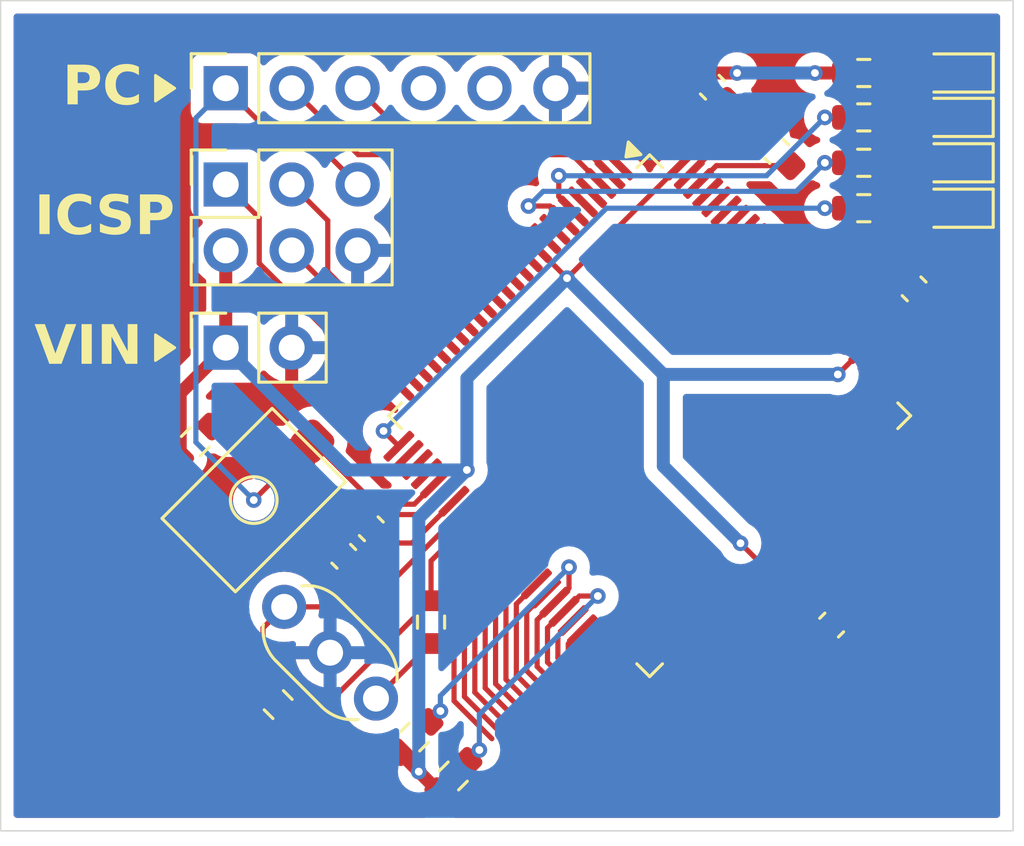
<source format=kicad_pcb>
(kicad_pcb (version 20240108) (generator "pcbnew") (generator_version "8.0")
  (layers (0 "F.Cu" signal) (31 "B.Cu" signal) (34 "B.Paste" user) (35 "F.Paste" user) (36 "B.SilkS" user "B.Silkscreen") (37 "F.SilkS" user "F.Silkscreen") (38 "B.Mask" user) (39 "F.Mask" user) (44 "Edge.Cuts" user))
  (net 0 "")
  (net 1 "GND")
  (net 2 "Net-(U1-AREF)")
  (net 3 "RESET")
  (net 4 "+5V")
  (net 6 "XTAL2")
  (net 7 "Net-(D1-A)")
  (net 8 "Net-(D2-A)")
  (net 9 "Net-(D3-A)")
  (net 10 "TX0")
  (net 11 "RX0")
  (net 13 "Net-(R7-Pad2)")
  (net 14 "D51_MOSI")
  (net 15 "D52_SCK")
  (net 16 "D50_MISO")
  (net 17 "ADC2")
  (net 18 "XTAL1")
  (net 19 "D2")
  (net 20 "D3")
  (net 21 "SCL")
  (net 22 "SDA")
  (net 23 "Net-(D4-A)")
  (net 26 "D7")
  (net 27 "D26")
  (net 28 "D48")
  (net 29 "D5")
  (net 30 "D6")
  (net 31 "D40")
  (net 33 "D44")
  (net 34 "D42")
  (net 35 "RX2")
  (net 36 "D30")
  (net 37 "D22")
  (net 38 "D37")
  (net 39 "D23")
  (net 40 "TX1")
  (net 41 "D31")
  (net 43 "D53")
  (net 45 "D10")
  (net 46 "D46")
  (net 47 "D43")
  (net 48 "D4")
  (net 49 "D35")
  (net 51 "D38")
  (net 52 "D39")
  (net 53 "D24")
  (net 54 "D9")
  (net 55 "D49")
  (net 57 "D41")
  (net 58 "D45")
  (net 59 "D33")
  (net 60 "D27")
  (net 62 "D8")
  (net 63 "D11")
  (net 64 "D47")
  (net 65 "D13")
  (net 66 "D28")
  (net 68 "D15")
  (net 71 "D34")
  (net 75 "D25")
  (net 76 "D36")
  (net 77 "D14")
  (net 78 "D29")
  (net 80 "RX1")
  (net 81 "TX2")
  (net 83 "D12")
  (net 84 "D32")
  (net 85 "ADC7")
  (net 86 "ADC4")
  (net 87 "ADC15")
  (net 88 "ADC6")
  (net 89 "ADC8")
  (net 90 "ADC12")
  (net 91 "ADC13")
  (net 92 "ADC14")
  (net 93 "ADC3")
  (net 94 "ADC10")
  (net 95 "ADC0")
  (net 96 "ADC9")
  (net 97 "ADC1")
  (net 98 "ADC11")
  (net 99 "ADC5")
  (footprint "LED_SMD:LED_0603_1608Metric" (layer "F.Cu") (at 11.632178 -8.288771 180)
    (property "Reference" "D4" (hide yes))
    (property "Value" "LED1")
    (fp_line (start 0.8 -0.735) (end -1.485 -0.735) (stroke (width 0.12)) (layer "F.SilkS"))
    (fp_line (start -1.485 0.735) (end 0.8 0.735) (stroke (width 0.12)) (layer "F.SilkS"))
    (fp_line (start -1.485 -0.735) (end -1.485 0.735) (stroke (width 0.12)) (layer "F.SilkS"))
    (pad "1" smd roundrect (at -0.7875 0 180) (size 0.875 0.95) (layers "F.Cu" "F.Paste" "F.Mask") (net 1 "GND"))
    (pad "2" smd roundrect (at 0.7875 0 180) (size 0.875 0.95) (layers "F.Cu" "F.Paste" "F.Mask") (net 23 "Net-(D4-A)"))
  )
  (footprint "Resistor_SMD:R_0603_1608Metric" (layer "F.Cu") (at 8.132178 -13.5)
    (property "Reference" "R1" (hide yes))
    (property "Value" "330")
    (fp_line (start -0.237258 -0.5225) (end 0.237258 -0.5225) (stroke (width 0.12)) (layer "F.SilkS"))
    (fp_line (start -0.237258 0.5225) (end 0.237258 0.5225) (stroke (width 0.12)) (layer "F.SilkS"))
    (pad "1" smd roundrect (at -0.825 0) (size 0.8 0.95) (layers "F.Cu" "F.Paste" "F.Mask") (net 4 "+5V"))
    (pad "2" smd roundrect (at 0.825 0) (size 0.8 0.95) (layers "F.Cu" "F.Paste" "F.Mask") (net 7 "Net-(D1-A)"))
  )
  (footprint "Resistor_SMD:R_0603_1608Metric" (layer "F.Cu") (at -7.677491 13.594574 45)
    (property "Reference" "R6" (hide yes))
    (property "Value" "10K")
    (fp_line (start -0.237258 -0.5225) (end 0.237258 -0.5225) (stroke (width 0.12)) (layer "F.SilkS"))
    (fp_line (start -0.237258 0.5225) (end 0.237258 0.5225) (stroke (width 0.12)) (layer "F.SilkS"))
    (pad "1" smd roundrect (at -0.825 0 45) (size 0.8 0.95) (layers "F.Cu" "F.Paste" "F.Mask") (net 4 "+5V"))
    (pad "2" smd roundrect (at 0.825 0 45) (size 0.8 0.95) (layers "F.Cu" "F.Paste" "F.Mask") (net 22 "SDA"))
  )
  (footprint "Capacitor_SMD:C_0603_1608Metric" (layer "F.Cu") (at 6.894202 7.778256 45)
    (property "Reference" "C5" (hide yes))
    (property "Value" "100n")
    (fp_line (start -0.140581 -0.51) (end 0.140581 -0.51) (stroke (width 0.12)) (layer "F.SilkS"))
    (fp_line (start -0.140581 0.51) (end 0.140581 0.51) (stroke (width 0.12)) (layer "F.SilkS"))
    (pad "1" smd roundrect (at -0.775 0 45) (size 0.9 0.95) (layers "F.Cu" "F.Paste" "F.Mask") (net 4 "+5V"))
    (pad "2" smd roundrect (at 0.775 0 45) (size 0.9 0.95) (layers "F.Cu" "F.Paste" "F.Mask") (net 1 "GND"))
  )
  (footprint "Connector_PinSocket_2.54mm:PinSocket_1x06_P2.54mm_Vertical" (layer "F.Cu") (at -16.446723 -12.913459 90)
    (property "Reference" "J8" (hide yes))
    (property "Value" "CH340E")
    (fp_line (start 1.33 -1.33) (end 1.33 0) (stroke (width 0.12)) (layer "F.SilkS"))
    (fp_line (start 0 -1.33) (end 1.33 -1.33) (stroke (width 0.12)) (layer "F.SilkS"))
    (fp_line (start 1.33 1.27) (end 1.33 14.03) (stroke (width 0.12)) (layer "F.SilkS"))
    (fp_line (start -1.33 1.27) (end 1.33 1.27) (stroke (width 0.12)) (layer "F.SilkS"))
    (fp_line (start -1.33 1.27) (end -1.33 14.03) (stroke (width 0.12)) (layer "F.SilkS"))
    (fp_line (start -1.33 14.03) (end 1.33 14.03) (stroke (width 0.12)) (layer "F.SilkS"))
    (pad "1" thru_hole rect (at 0 0 90) (size 1.7 1.7) (drill 1) (layers "*.Cu" "*.Mask") (net 3 "RESET"))
    (pad "2" thru_hole oval (at 0 2.54 90) (size 1.7 1.7) (drill 1) (layers "*.Cu" "*.Mask") (net 10 "TX0"))
    (pad "3" thru_hole oval (at 0 5.08 90) (size 1.7 1.7) (drill 1) (layers "*.Cu" "*.Mask") (net 11 "RX0"))
    (pad "4" thru_hole oval (at 0 7.62 90) (size 1.7 1.7) (drill 1) (layers "*.Cu" "*.Mask"))
    (pad "5" thru_hole oval (at 0 10.16 90) (size 1.7 1.7) (drill 1) (layers "*.Cu" "*.Mask"))
    (pad "6" thru_hole oval (at 0 12.7 90) (size 1.7 1.7) (drill 1) (layers "*.Cu" "*.Mask") (net 1 "GND"))
  )
  (footprint "Capacitor_SMD:C_0603_1608Metric" (layer "F.Cu") (at 4.772881 -10.477119 -45)
    (property "Reference" "C1" (hide yes))
    (property "Value" "100n")
    (fp_line (start -0.140581 0.51) (end 0.140581 0.51) (stroke (width 0.12)) (layer "F.SilkS"))
    (fp_line (start -0.140581 -0.51) (end 0.140581 -0.51) (stroke (width 0.12)) (layer "F.SilkS"))
    (pad "1" smd roundrect (at -0.775 0 315) (size 0.9 0.95) (layers "F.Cu" "F.Paste" "F.Mask") (net 1 "GND"))
    (pad "2" smd roundrect (at 0.775 0 315) (size 0.9 0.95) (layers "F.Cu" "F.Paste" "F.Mask") (net 2 "Net-(U1-AREF)"))
  )
  (footprint "Resistor_SMD:R_0603_1608Metric" (layer "F.Cu") (at 8.132178 -11.788771)
    (property "Reference" "R3" (hide yes))
    (property "Value" "330")
    (fp_line (start -0.237258 -0.5225) (end 0.237258 -0.5225) (stroke (width 0.12)) (layer "F.SilkS"))
    (fp_line (start -0.237258 0.5225) (end 0.237258 0.5225) (stroke (width 0.12)) (layer "F.SilkS"))
    (pad "1" smd roundrect (at -0.825 0) (size 0.8 0.95) (layers "F.Cu" "F.Paste" "F.Mask") (net 19 "D2"))
    (pad "2" smd roundrect (at 0.825 0) (size 0.8 0.95) (layers "F.Cu" "F.Paste" "F.Mask") (net 8 "Net-(D2-A)"))
  )
  (footprint "Capacitor_SMD:C_0603_1608Metric" (layer "F.Cu") (at 10.070526 -5.179475 135)
    (property "Reference" "C6" (hide yes))
    (property "Value" "100n")
    (fp_line (start -0.140581 -0.51) (end 0.140581 -0.51) (stroke (width 0.12)) (layer "F.SilkS"))
    (fp_line (start -0.140581 0.51) (end 0.140581 0.51) (stroke (width 0.12)) (layer "F.SilkS"))
    (pad "1" smd roundrect (at -0.775 0 135) (size 0.9 0.95) (layers "F.Cu" "F.Paste" "F.Mask") (net 4 "+5V"))
    (pad "2" smd roundrect (at 0.775 0 135) (size 0.9 0.95) (layers "F.Cu" "F.Paste" "F.Mask") (net 1 "GND"))
  )
  (footprint "Resistor_SMD:R_0603_1608Metric" (layer "F.Cu") (at -14.427491 10.844574 135)
    (property "Reference" "R9" (hide yes))
    (property "Value" "1M")
    (fp_line (start -0.237258 -0.5225) (end 0.237258 -0.5225) (stroke (width 0.12)) (layer "F.SilkS"))
    (fp_line (start -0.237258 0.5225) (end 0.237258 0.5225) (stroke (width 0.12)) (layer "F.SilkS"))
    (pad "1" smd roundrect (at -0.825 0 135) (size 0.8 0.95) (layers "F.Cu" "F.Paste" "F.Mask") (net 18 "XTAL1"))
    (pad "2" smd roundrect (at 0.825 0 135) (size 0.8 0.95) (layers "F.Cu" "F.Paste" "F.Mask") (net 6 "XTAL2"))
  )
  (footprint "Resistor_SMD:R_0603_1608Metric" (layer "F.Cu") (at 8.132178 -8.288771)
    (property "Reference" "R8" (hide yes))
    (property "Value" "330")
    (fp_line (start -0.237258 -0.5225) (end 0.237258 -0.5225) (stroke (width 0.12)) (layer "F.SilkS"))
    (fp_line (start -0.237258 0.5225) (end 0.237258 0.5225) (stroke (width 0.12)) (layer "F.SilkS"))
    (pad "1" smd roundrect (at -0.825 0) (size 0.8 0.95) (layers "F.Cu" "F.Paste" "F.Mask") (net 65 "D13"))
    (pad "2" smd roundrect (at 0.825 0) (size 0.8 0.95) (layers "F.Cu" "F.Paste" "F.Mask") (net 23 "Net-(D4-A)"))
  )
  (footprint "@2024TOINIOT2-Line-ATmega2560:Tactile1" (layer "F.Cu") (at -15.367822 2.961229 -135)
    (property "Reference" "SW1" (hide yes))
    (property "Value" "SW_Push")
    (fp_circle (center 0 0) (end 0.9 0) (stroke (width 0.12)) (fill none) (layer "F.SilkS"))
    (fp_poly (pts (xy -3 -2) (xy 3 -2) (xy 3 2) (xy -3 2)) (stroke (width 0.12)) (fill none) (layer "F.SilkS"))
    (pad "1" smd roundrect (at -3.2 0 225) (size 1.4 1.4) (layers "F.Cu" "F.Paste" "F.Mask") (net 3 "RESET"))
    (pad "2" smd roundrect (at 3.2 0 225) (size 1.4 1.4) (layers "F.Cu" "F.Paste" "F.Mask") (net 1 "GND"))
  )
  (footprint "LED_SMD:LED_0603_1608Metric" (layer "F.Cu") (at 11.632178 -11.788771 180)
    (property "Reference" "D2" (hide yes))
    (property "Value" "LED1")
    (fp_line (start 0.8 -0.735) (end -1.485 -0.735) (stroke (width 0.12)) (layer "F.SilkS"))
    (fp_line (start -1.485 0.735) (end 0.8 0.735) (stroke (width 0.12)) (layer "F.SilkS"))
    (fp_line (start -1.485 -0.735) (end -1.485 0.735) (stroke (width 0.12)) (layer "F.SilkS"))
    (pad "1" smd roundrect (at -0.7875 0 180) (size 0.875 0.95) (layers "F.Cu" "F.Paste" "F.Mask") (net 1 "GND"))
    (pad "2" smd roundrect (at 0.7875 0 180) (size 0.875 0.95) (layers "F.Cu" "F.Paste" "F.Mask") (net 8 "Net-(D2-A)"))
  )
  (footprint "Resistor_SMD:R_0603_1608Metric" (layer "F.Cu") (at -17.617822 0.711229 45)
    (property "Reference" "R2" (hide yes))
    (property "Value" "10K")
    (fp_line (start -0.237258 -0.5225) (end 0.237258 -0.5225) (stroke (width 0.12)) (layer "F.SilkS"))
    (fp_line (start -0.237258 0.5225) (end 0.237258 0.5225) (stroke (width 0.12)) (layer "F.SilkS"))
    (pad "1" smd roundrect (at -0.825 0 45) (size 0.8 0.95) (layers "F.Cu" "F.Paste" "F.Mask") (net 4 "+5V"))
    (pad "2" smd roundrect (at 0.825 0 45) (size 0.8 0.95) (layers "F.Cu" "F.Paste" "F.Mask") (net 3 "RESET"))
  )
  (footprint "LED_SMD:LED_0603_1608Metric" (layer "F.Cu") (at 11.632178 -13.5 180)
    (property "Reference" "D1" (hide yes))
    (property "Value" "POWER")
    (fp_line (start 0.8 -0.735) (end -1.485 -0.735) (stroke (width 0.12)) (layer "F.SilkS"))
    (fp_line (start -1.485 0.735) (end 0.8 0.735) (stroke (width 0.12)) (layer "F.SilkS"))
    (fp_line (start -1.485 -0.735) (end -1.485 0.735) (stroke (width 0.12)) (layer "F.SilkS"))
    (pad "1" smd roundrect (at -0.7875 0 180) (size 0.875 0.95) (layers "F.Cu" "F.Paste" "F.Mask") (net 1 "GND"))
    (pad "2" smd roundrect (at 0.7875 0 180) (size 0.875 0.95) (layers "F.Cu" "F.Paste" "F.Mask") (net 7 "Net-(D1-A)"))
  )
  (footprint "Resistor_SMD:R_0603_1608Metric" (layer "F.Cu") (at -8.538404 7.666021 -90)
    (property "Reference" "R7" (hide yes))
    (property "Value" "27")
    (fp_line (start -0.237258 0.5225) (end 0.237258 0.5225) (stroke (width 0.12)) (layer "F.SilkS"))
    (fp_line (start -0.237258 -0.5225) (end 0.237258 -0.5225) (stroke (width 0.12)) (layer "F.SilkS"))
    (pad "1" smd roundrect (at -0.825 0 270) (size 0.8 0.95) (layers "F.Cu" "F.Paste" "F.Mask") (net 18 "XTAL1"))
    (pad "2" smd roundrect (at 0.825 0 270) (size 0.8 0.95) (layers "F.Cu" "F.Paste" "F.Mask") (net 13 "Net-(R7-Pad2)"))
  )
  (footprint "Connector_PinSocket_2.54mm:PinSocket_2x03_P2.54mm_Vertical" (layer "F.Cu") (at -16.446723 -9.203459 90)
    (property "Reference" "J9" (hide yes))
    (property "Value" "ICSP")
    (fp_line (start 1.33 -1.33) (end 1.33 0) (stroke (width 0.12)) (layer "F.SilkS"))
    (fp_line (start 0 -1.33) (end 1.33 -1.33) (stroke (width 0.12)) (layer "F.SilkS"))
    (fp_line (start -1.270001 -1.33) (end -1.27 1.27) (stroke (width 0.12)) (layer "F.SilkS"))
    (fp_line (start -3.87 -1.33) (end -1.270001 -1.33) (stroke (width 0.12)) (layer "F.SilkS"))
    (fp_line (start -3.87 -1.33) (end -3.87 6.41) (stroke (width 0.12)) (layer "F.SilkS"))
    (fp_line (start -1.27 1.27) (end 1.33 1.270001) (stroke (width 0.12)) (layer "F.SilkS"))
    (fp_line (start 1.33 1.270001) (end 1.33 6.409999) (stroke (width 0.12)) (layer "F.SilkS"))
    (fp_line (start -3.87 6.41) (end 1.33 6.409999) (stroke (width 0.12)) (layer "F.SilkS"))
    (pad "1" thru_hole rect (at 0 0 90) (size 1.7 1.7) (drill 1) (layers "*.Cu" "*.Mask") (net 16 "D50_MISO"))
    (pad "2" thru_hole oval (at -2.54 0 90) (size 1.7 1.7) (drill 1) (layers "*.Cu" "*.Mask") (net 4 "+5V"))
    (pad "3" thru_hole oval (at 0 2.54 90) (size 1.7 1.7) (drill 1) (layers "*.Cu" "*.Mask") (net 15 "D52_SCK"))
    (pad "4" thru_hole oval (at -2.54 2.54 90) (size 1.7 1.7) (drill 1) (layers "*.Cu" "*.Mask") (net 14 "D51_MOSI"))
    (pad "5" thru_hole oval (at 0 5.079999 90) (size 1.7 1.7) (drill 1) (layers "*.Cu" "*.Mask") (net 3 "RESET"))
    (pad "6" thru_hole oval (at -2.54 5.08 90) (size 1.7 1.7) (drill 1) (layers "*.Cu" "*.Mask") (net 1 "GND"))
  )
  (footprint "Package_QFP:TQFP-100_14x14mm_P0.5mm" (layer "F.Cu") (at -0.117822 -0.288771 -45)
    (property "Reference" "U1" (hide yes))
    (property "Value" "ATmega2560-16A")
    (fp_line (start -7.11 7.11) (end -7.11 6.41) (stroke (width 0.12)) (layer "F.SilkS"))
    (fp_line (start -6.41 7.11) (end -7.11 7.11) (stroke (width 0.12)) (layer "F.SilkS"))
    (fp_line (start 6.41 7.11) (end 7.11 7.11) (stroke (width 0.12)) (layer "F.SilkS"))
    (fp_line (start -7.11 -7.11) (end -7.11 -6.41) (stroke (width 0.12)) (layer "F.SilkS"))
    (fp_line (start 7.11 7.11) (end 7.11 6.41) (stroke (width 0.12)) (layer "F.SilkS"))
    (fp_line (start -6.41 -7.11) (end -7.11 -7.11) (stroke (width 0.12)) (layer "F.SilkS"))
    (fp_line (start 6.41 -7.11) (end 7.11 -7.11) (stroke (width 0.12)) (layer "F.SilkS"))
    (fp_line (start 7.11 -7.11) (end 7.11 -6.41) (stroke (width 0.12)) (layer "F.SilkS"))
    (fp_poly (pts (xy -7.7 -6.41) (xy -8.04 -6.88) (xy -7.36 -6.88) (xy -7.7 -6.41)) (stroke (width 0.12)) (fill solid) (layer "F.SilkS"))
    (pad "1" smd roundrect (at -7.6625 -6 315) (size 1.475 0.3) (layers "F.Cu" "F.Paste" "F.Mask") (net 48 "D4"))
    (pad "2" smd roundrect (at -7.6625 -5.5 315) (size 1.475 0.3) (layers "F.Cu" "F.Paste" "F.Mask") (net 11 "RX0"))
    (pad "3" smd roundrect (at -7.6625 -5 315) (size 1.475 0.3) (layers "F.Cu" "F.Paste" "F.Mask") (net 10 "TX0"))
    (pad "4" smd roundrect (at -7.6625 -4.5 315) (size 1.475 0.3) (layers "F.Cu" "F.Paste" "F.Mask"))
    (pad "5" smd roundrect (at -7.6625 -4 315) (size 1.475 0.3) (layers "F.Cu" "F.Paste" "F.Mask") (net 29 "D5"))
    (pad "6" smd roundrect (at -7.6625 -3.5 315) (size 1.475 0.3) (layers "F.Cu" "F.Paste" "F.Mask") (net 19 "D2"))
    (pad "7" smd roundrect (at -7.6625 -3 315) (size 1.475 0.3) (layers "F.Cu" "F.Paste" "F.Mask") (net 20 "D3"))
    (pad "8" smd roundrect (at -7.6625 -2.5 315) (size 1.475 0.3) (layers "F.Cu" "F.Paste" "F.Mask"))
    (pad "9" smd roundrect (at -7.6625 -2 315) (size 1.475 0.3) (layers "F.Cu" "F.Paste" "F.Mask"))
    (pad "10" smd roundrect (at -7.6625 -1.5 315) (size 1.475 0.3) (layers "F.Cu" "F.Paste" "F.Mask") (net 4 "+5V"))
    (pad "11" smd roundrect (at -7.6625 -1 315) (size 1.475 0.3) (layers "F.Cu" "F.Paste" "F.Mask") (net 1 "GND"))
    (pad "12" smd roundrect (at -7.6625 -0.5 315) (size 1.475 0.3) (layers "F.Cu" "F.Paste" "F.Mask") (net 35 "RX2"))
    (pad "13" smd roundrect (at -7.6625 0 315) (size 1.475 0.3) (layers "F.Cu" "F.Paste" "F.Mask") (net 81 "TX2"))
    (pad "14" smd roundrect (at -7.6625 0.5 315) (size 1.475 0.3) (layers "F.Cu" "F.Paste" "F.Mask"))
    (pad "15" smd roundrect (at -7.6625 1 315) (size 1.475 0.3) (layers "F.Cu" "F.Paste" "F.Mask") (net 30 "D6"))
    (pad "16" smd roundrect (at -7.6625 1.5 315) (size 1.475 0.3) (layers "F.Cu" "F.Paste" "F.Mask") (net 26 "D7"))
    (pad "17" smd roundrect (at -7.6625 2 315) (size 1.475 0.3) (layers "F.Cu" "F.Paste" "F.Mask") (net 62 "D8"))
    (pad "18" smd roundrect (at -7.6625 2.5 315) (size 1.475 0.3) (layers "F.Cu" "F.Paste" "F.Mask") (net 54 "D9"))
    (pad "19" smd roundrect (at -7.6625 3 315) (size 1.475 0.3) (layers "F.Cu" "F.Paste" "F.Mask") (net 43 "D53"))
    (pad "20" smd roundrect (at -7.6625 3.5 315) (size 1.475 0.3) (layers "F.Cu" "F.Paste" "F.Mask") (net 15 "D52_SCK"))
    (pad "21" smd roundrect (at -7.6625 4 315) (size 1.475 0.3) (layers "F.Cu" "F.Paste" "F.Mask") (net 14 "D51_MOSI"))
    (pad "22" smd roundrect (at -7.6625 4.5 315) (size 1.475 0.3) (layers "F.Cu" "F.Paste" "F.Mask") (net 16 "D50_MISO"))
    (pad "23" smd roundrect (at -7.6625 5 315) (size 1.475 0.3) (layers "F.Cu" "F.Paste" "F.Mask") (net 45 "D10"))
    (pad "24" smd roundrect (at -7.6625 5.5 315) (size 1.475 0.3) (layers "F.Cu" "F.Paste" "F.Mask") (net 63 "D11"))
    (pad "25" smd roundrect (at -7.6625 6 315) (size 1.475 0.3) (layers "F.Cu" "F.Paste" "F.Mask") (net 83 "D12"))
    (pad "26" smd roundrect (at -6 7.6625 315) (size 0.3 1.475) (layers "F.Cu" "F.Paste" "F.Mask") (net 65 "D13"))
    (pad "27" smd roundrect (at -5.5 7.6625 315) (size 0.3 1.475) (layers "F.Cu" "F.Paste" "F.Mask"))
    (pad "28" smd roundrect (at -5 7.6625 315) (size 0.3 1.475) (layers "F.Cu" "F.Paste" "F.Mask"))
    (pad "29" smd roundrect (at -4.5 7.6625 315) (size 0.3 1.475) (layers "F.Cu" "F.Paste" "F.Mask"))
    (pad "30" smd roundrect (at -4 7.6625 315) (size 0.3 1.475) (layers "F.Cu" "F.Paste" "F.Mask") (net 3 "RESET"))
    (pad "31" smd roundrect (at -3.5 7.6625 315) (size 0.3 1.475) (layers "F.Cu" "F.Paste" "F.Mask") (net 4 "+5V"))
    (pad "32" smd roundrect (at -3 7.6625 315) (size 0.3 1.475) (layers "F.Cu" "F.Paste" "F.Mask") (net 1 "GND"))
    (pad "33" smd roundrect (at -2.5 7.6625 315) (size 0.3 1.475) (layers "F.Cu" "F.Paste" "F.Mask") (net 6 "XTAL2"))
    (pad "34" smd roundrect (at -2 7.6625 315) (size 0.3 1.475) (layers "F.Cu" "F.Paste" "F.Mask") (net 18 "XTAL1"))
    (pad "35" smd roundrect (at -1.5 7.6625 315) (size 0.3 1.475) (layers "F.Cu" "F.Paste" "F.Mask") (net 55 "D49"))
    (pad "36" smd roundrect (at -1 7.6625 315) (size 0.3 1.475) (layers "F.Cu" "F.Paste" "F.Mask") (net 28 "D48"))
    (pad "37" smd roundrect (at -0.5 7.6625 315) (size 0.3 1.475) (layers "F.Cu" "F.Paste" "F.Mask") (net 64 "D47"))
    (pad "38" smd roundrect (at 0 7.6625 315) (size 0.3 1.475) (layers "F.Cu" "F.Paste" "F.Mask") (net 46 "D46"))
    (pad "39" smd roundrect (at 0.5 7.6625 315) (size 0.3 1.475) (layers "F.Cu" "F.Paste" "F.Mask") (net 58 "D45"))
    (pad "40" smd roundrect (at 1 7.6625 315) (size 0.3 1.475) (layers "F.Cu" "F.Paste" "F.Mask") (net 33 "D44"))
    (pad "41" smd roundrect (at 1.5 7.6625 315) (size 0.3 1.475) (layers "F.Cu" "F.Paste" "F.Mask") (net 47 "D43"))
    (pad "42" smd roundrect (at 2 7.6625 315) (size 0.3 1.475) (layers "F.Cu" "F.Paste" "F.Mask") (net 34 "D42"))
    (pad "43" smd roundrect (at 2.5 7.6625 315) (size 0.3 1.475) (layers "F.Cu" "F.Paste" "F.Mask") (net 21 "SCL"))
    (pad "44" smd roundrect (at 3 7.6625 315) (size 0.3 1.475) (layers "F.Cu" "F.Paste" "F.Mask") (net 22 "SDA"))
    (pad "45" smd roundrect (at 3.5 7.6625 315) (size 0.3 1.475) (layers "F.Cu" "F.Paste" "F.Mask") (net 80 "RX1"))
    (pad "46" smd roundrect (at 4 7.6625 315) (size 0.3 1.475) (layers "F.Cu" "F.Paste" "F.Mask") (net 40 "TX1"))
    (pad "47" smd roundrect (at 4.5 7.6625 315) (size 0.3 1.475) (layers "F.Cu" "F.Paste" "F.Mask"))
    (pad "48" smd roundrect (at 5 7.6625 315) (size 0.3 1.475) (layers "F.Cu" "F.Paste" "F.Mask"))
    (pad "49" smd roundrect (at 5.5 7.6625 315) (size 0.3 1.475) (layers "F.Cu" "F.Paste" "F.Mask"))
    (pad "50" smd roundrect (at 6 7.6625 315) (size 0.3 1.475) (layers "F.Cu" "F.Paste" "F.Mask") (net 51 "D38"))
    (pad "51" smd roundrect (at 7.6625 6 315) (size 1.475 0.3) (layers "F.Cu" "F.Paste" "F.Mask") (net 57 "D41"))
    (pad "52" smd roundrect (at 7.6625 5.5 315) (size 1.475 0.3) (layers "F.Cu" "F.Paste" "F.Mask") (net 31 "D40"))
    (pad "53" smd roundrect (at 7.6625 5 315) (size 1.475 0.3) (layers "F.Cu" "F.Paste" "F.Mask") (net 38 "D37"))
    (pad "54" smd roundrect (at 7.6625 4.5 315) (size 1.475 0.3) (layers "F.Cu" "F.Paste" "F.Mask") (net 76 "D36"))
    (pad "55" smd roundrect (at 7.6625 4 315) (size 1.475 0.3) (layers "F.Cu" "F.Paste" "F.Mask") (net 49 "D35"))
    (pad "56" smd roundrect (at 7.6625 3.5 315) (size 1.475 0.3) (layers "F.Cu" "F.Paste" "F.Mask") (net 71 "D34"))
    (pad "57" smd roundrect (at 7.6625 3 315) (size 1.475 0.3) (layers "F.Cu" "F.Paste" "F.Mask") (net 59 "D33"))
    (pad "58" smd roundrect (at 7.6625 2.5 315) (size 1.475 0.3) (layers "F.Cu" "F.Paste" "F.Mask") (net 84 "D32"))
    (pad "59" smd roundrect (at 7.6625 2 315) (size 1.475 0.3) (layers "F.Cu" "F.Paste" "F.Mask") (net 41 "D31"))
    (pad "60" smd roundrect (at 7.6625 1.5 315) (size 1.475 0.3) (layers "F.Cu" "F.Paste" "F.Mask") (net 36 "D30"))
    (pad "61" smd roundrect (at 7.6625 1 315) (size 1.475 0.3) (layers "F.Cu" "F.Paste" "F.Mask") (net 4 "+5V"))
    (pad "62" smd roundrect (at 7.6625 0.5 315) (size 1.475 0.3) (layers "F.Cu" "F.Paste" "F.Mask") (net 1 "GND"))
    (pad "63" smd roundrect (at 7.6625 0 315) (size 1.475 0.3) (layers "F.Cu" "F.Paste" "F.Mask") (net 68 "D15"))
    (pad "64" smd roundrect (at 7.6625 -0.5 315) (size 1.475 0.3) (layers "F.Cu" "F.Paste" "F.Mask") (net 77 "D14"))
    (pad "65" smd roundrect (at 7.6625 -1 315) (size 1.475 0.3) (layers "F.Cu" "F.Paste" "F.Mask"))
    (pad "66" smd roundrect (at 7.6625 -1.5 315) (size 1.475 0.3) (layers "F.Cu" "F.Paste" "F.Mask"))
    (pad "67" smd roundrect (at 7.6625 -2 315) (size 1.475 0.3) (layers "F.Cu" "F.Paste" "F.Mask"))
    (pad "68" smd roundrect (at 7.6625 -2.5 315) (size 1.475 0.3) (layers "F.Cu" "F.Paste" "F.Mask"))
    (pad "69" smd roundrect (at 7.6625 -3 315) (size 1.475 0.3) (layers "F.Cu" "F.Paste" "F.Mask"))
    (pad "70" smd roundrect (at 7.6625 -3.5 315) (size 1.475 0.3) (layers "F.Cu" "F.Paste" "F.Mask") (net 52 "D39"))
    (pad "71" smd roundrect (at 7.6625 -4 315) (size 1.475 0.3) (layers "F.Cu" "F.Paste" "F.Mask") (net 78 "D29"))
    (pad "72" smd roundrect (at 7.6625 -4.5 315) (size 1.475 0.3) (layers "F.Cu" "F.Paste" "F.Mask") (net 66 "D28"))
    (pad "73" smd roundrect (at 7.6625 -5 315) (size 1.475 0.3) (layers "F.Cu" "F.Paste" "F.Mask") (net 60 "D27"))
    (pad "74" smd roundrect (at 7.6625 -5.5 315) (size 1.475 0.3) (layers "F.Cu" "F.Paste" "F.Mask") (net 27 "D26"))
    (pad "75" smd roundrect (at 7.6625 -6 315) (size 1.475 0.3) (layers "F.Cu" "F.Paste" "F.Mask") (net 75 "D25"))
    (pad "76" smd roundrect (at 6 -7.6625 315) (size 0.3 1.475) (layers "F.Cu" "F.Paste" "F.Mask") (net 53 "D24"))
    (pad "77" smd roundrect (at 5.5 -7.6625 315) (size 0.3 1.475) (layers "F.Cu" "F.Paste" "F.Mask") (net 39 "D23"))
    (pad "78" smd roundrect (at 5 -7.6625 315) (size 0.3 1.475) (layers "F.Cu" "F.Paste" "F.Mask") (net 37 "D22"))
    (pad "79" smd roundrect (at 4.5 -7.6625 315) (size 0.3 1.475) (layers "F.Cu" "F.Paste" "F.Mask"))
    (pad "80" smd roundrect (at 4 -7.6625 315) (size 0.3 1.475) (layers "F.Cu" "F.Paste" "F.Mask") (net 4 "+5V"))
    (pad "81" smd roundrect (at 3.5 -7.6625 315) (size 0.3 1.475) (layers "F.Cu" "F.Paste" "F.Mask") (net 1 "GND"))
    (pad "82" smd roundrect (at 3 -7.6625 315) (size 0.3 1.475) (layers "F.Cu" "F.Paste" "F.Mask") (net 87 "ADC15"))
    (pad "83" smd roundrect (at 2.5 -7.6625 315) (size 0.3 1.475) (layers "F.Cu" "F.Paste" "F.Mask") (net 92 "ADC14"))
    (pad "84" smd roundrect (at 2 -7.6625 315) (size 0.3 1.475) (layers "F.Cu" "F.Paste" "F.Mask") (net 91 "ADC13"))
    (pad "85" smd roundrect (at 1.5 -7.6625 315) (size 0.3 1.475) (layers "F.Cu" "F.Paste" "F.Mask") (net 90 "ADC12"))
    (pad "86" smd roundrect (at 1 -7.6625 315) (size 0.3 1.475) (layers "F.Cu" "F.Paste" "F.Mask") (net 98 "ADC11"))
    (pad "87" smd roundrect (at 0.5 -7.6625 315) (size 0.3 1.475) (layers "F.Cu" "F.Paste" "F.Mask") (net 94 "ADC10"))
    (pad "88" smd roundrect (at 0 -7.6625 315) (size 0.3 1.475) (layers "F.Cu" "F.Paste" "F.Mask") (net 96 "ADC9"))
    (pad "89" smd roundrect (at -0.5 -7.6625 315) (size 0.3 1.475) (layers "F.Cu" "F.Paste" "F.Mask") (net 89 "ADC8"))
    (pad "90" smd roundrect (at -1 -7.6625 315) (size 0.3 1.475) (layers "F.Cu" "F.Paste" "F.Mask") (net 85 "ADC7"))
    (pad "91" smd roundrect (at -1.5 -7.6625 315) (size 0.3 1.475) (layers "F.Cu" "F.Paste" "F.Mask") (net 88 "ADC6"))
    (pad "92" smd roundrect (at -2 -7.6625 315) (size 0.3 1.475) (layers "F.Cu" "F.Paste" "F.Mask") (net 99 "ADC5"))
    (pad "93" smd roundrect (at -2.5 -7.6625 315) (size 0.3 1.475) (layers "F.Cu" "F.Paste" "F.Mask") (net 86 "ADC4"))
    (pad "94" smd roundrect (at -3 -7.6625 315) (size 0.3 1.475) (layers "F.Cu" "F.Paste" "F.Mask") (net 93 "ADC3"))
    (pad "95" smd roundrect (at -3.5 -7.6625 315) (size 0.3 1.475) (layers "F.Cu" "F.Paste" "F.Mask") (net 17 "ADC2"))
    (pad "96" smd roundrect (at -4 -7.6625 315) (size 0.3 1.475) (layers "F.Cu" "F.Paste" "F.Mask") (net 97 "ADC1"))
    (pad "97" smd roundrect (at -4.5 -7.6625 315) (size 0.3 1.475) (layers "F.Cu" "F.Paste" "F.Mask") (net 95 "ADC0"))
    (pad "98" smd roundrect (at -5 -7.6625 315) (size 0.3 1.475) (layers "F.Cu" "F.Paste" "F.Mask") (net 2 "Net-(U1-AREF)"))
    (pad "99" smd roundrect (at -5.5 -7.6625 315) (size 0.3 1.475) (layers "F.Cu" "F.Paste" "F.Mask") (net 1 "GND"))
    (pad "100" smd roundrect (at -6 -7.6625 315) (size 0.3 1.475) (layers "F.Cu" "F.Paste" "F.Mask") (net 4 "+5V"))
  )
  (footprint "Capacitor_SMD:C_0603_1608Metric" (layer "F.Cu") (at 2.298008 -12.951992 -45)
    (property "Reference" "C3" (hide yes))
    (property "Value" "100n")
    (fp_line (start -0.140581 0.51) (end 0.140581 0.51) (stroke (width 0.12)) (layer "F.SilkS"))
    (fp_line (start -0.140581 -0.51) (end 0.140581 -0.51) (stroke (width 0.12)) (layer "F.SilkS"))
    (pad "1" smd roundrect (at -0.775 0 315) (size 0.9 0.95) (layers "F.Cu" "F.Paste" "F.Mask") (net 4 "+5V"))
    (pad "2" smd roundrect (at 0.775 0 315) (size 0.9 0.95) (layers "F.Cu" "F.Paste" "F.Mask") (net 1 "GND"))
  )
  (footprint "Connector_PinSocket_2.54mm:PinSocket_1x02_P2.54mm_Vertical" (layer "F.Cu") (at -16.446723 -2.913459 90)
    (property "Reference" "J10" (hide yes))
    (property "Value" "VIN")
    (fp_line (start 1.33 -1.33) (end 1.33 0) (stroke (width 0.12)) (layer "F.SilkS"))
    (fp_line (start 0 -1.33) (end 1.33 -1.33) (stroke (width 0.12)) (layer "F.SilkS"))
    (fp_line (start 1.33 1.27) (end 1.33 3.87) (stroke (width 0.12)) (layer "F.SilkS"))
    (fp_line (start -1.33 1.27) (end 1.33 1.27) (stroke (width 0.12)) (layer "F.SilkS"))
    (fp_line (start -1.33 1.27) (end -1.33 3.87) (stroke (width 0.12)) (layer "F.SilkS"))
    (fp_line (start -1.33 3.87) (end 1.33 3.87) (stroke (width 0.12)) (layer "F.SilkS"))
    (pad "1" thru_hole rect (at 0 0 90) (size 1.7 1.7) (drill 1) (layers "*.Cu" "*.Mask") (net 4 "+5V"))
    (pad "2" thru_hole oval (at 0 2.54 90) (size 1.7 1.7) (drill 1) (layers "*.Cu" "*.Mask") (net 1 "GND"))
  )
  (footprint "Capacitor_SMD:C_0603_1608Metric" (layer "F.Cu") (at -10.839327 4.068775 -45)
    (property "Reference" "C4" (hide yes))
    (property "Value" "100n")
    (fp_line (start -0.140581 0.51) (end 0.140581 0.51) (stroke (width 0.12)) (layer "F.SilkS"))
    (fp_line (start -0.140581 -0.51) (end 0.140581 -0.51) (stroke (width 0.12)) (layer "F.SilkS"))
    (pad "1" smd roundrect (at -0.775 0 315) (size 0.9 0.95) (layers "F.Cu" "F.Paste" "F.Mask") (net 4 "+5V"))
    (pad "2" smd roundrect (at 0.775 0 315) (size 0.9 0.95) (layers "F.Cu" "F.Paste" "F.Mask") (net 1 "GND"))
  )
  (footprint "LED_SMD:LED_0603_1608Metric" (layer "F.Cu") (at 11.632178 -10.038771 180)
    (property "Reference" "D3" (hide yes))
    (property "Value" "LED1")
    (fp_line (start 0.8 -0.735) (end -1.485 -0.735) (stroke (width 0.12)) (layer "F.SilkS"))
    (fp_line (start -1.485 0.735) (end 0.8 0.735) (stroke (width 0.12)) (layer "F.SilkS"))
    (fp_line (start -1.485 -0.735) (end -1.485 0.735) (stroke (width 0.12)) (layer "F.SilkS"))
    (pad "1" smd roundrect (at -0.7875 0 180) (size 0.875 0.95) (layers "F.Cu" "F.Paste" "F.Mask") (net 1 "GND"))
    (pad "2" smd roundrect (at 0.7875 0 180) (size 0.875 0.95) (layers "F.Cu" "F.Paste" "F.Mask") (net 9 "Net-(D3-A)"))
  )
  (footprint "Resistor_SMD:R_0603_1608Metric" (layer "F.Cu") (at 8.132178 -10.038771)
    (property "Reference" "R4" (hide yes))
    (property "Value" "330")
    (fp_line (start -0.237258 -0.5225) (end 0.237258 -0.5225) (stroke (width 0.12)) (layer "F.SilkS"))
    (fp_line (start -0.237258 0.5225) (end 0.237258 0.5225) (stroke (width 0.12)) (layer "F.SilkS"))
    (pad "1" smd roundrect (at -0.825 0) (size 0.8 0.95) (layers "F.Cu" "F.Paste" "F.Mask") (net 20 "D3"))
    (pad "2" smd roundrect (at 0.825 0) (size 0.8 0.95) (layers "F.Cu" "F.Paste" "F.Mask") (net 9 "Net-(D3-A)"))
  )
  (footprint "Capacitor_SMD:C_0603_1608Metric" (layer "F.Cu") (at -11.899987 5.129435 -45)
    (property "Reference" "C2" (hide yes))
    (property "Value" "22p")
    (fp_line (start -0.140581 0.51) (end 0.140581 0.51) (stroke (width 0.12)) (layer "F.SilkS"))
    (fp_line (start -0.140581 -0.51) (end 0.140581 -0.51) (stroke (width 0.12)) (layer "F.SilkS"))
    (pad "1" smd roundrect (at -0.775 0 315) (size 0.9 0.95) (layers "F.Cu" "F.Paste" "F.Mask") (net 3 "RESET"))
    (pad "2" smd roundrect (at 0.775 0 315) (size 0.9 0.95) (layers "F.Cu" "F.Paste" "F.Mask") (net 1 "GND"))
  )
  (footprint "Crystal:Resonator_Murata_CSTLSxxxX-3Pin_W5.5mm_H3.0mm" (layer "F.Cu") (at -10.659724 10.612341 135)
    (property "Reference" "Y1" (hide yes))
    (property "Value" "16MHz")
    (fp_line (start 1.25 -1.7) (end 3.75 -1.7) (stroke (width 0.12)) (layer "F.SilkS"))
    (fp_line (start 1.25 1.7) (end 3.75 1.7) (stroke (width 0.12)) (layer "F.SilkS"))
    (fp_arc (start 3.75 -1.7) (mid 4.493897 -1.528599) (end 5.08779 -1.048961) (stroke (width 0.12)) (layer "F.SilkS"))
    (fp_arc (start 5.08779 1.048961) (mid 4.493898 1.5286) (end 3.75 1.7) (stroke (width 0.12)) (layer "F.SilkS"))
    (fp_arc (start -0.087789 -1.048961) (mid 0.506103 -1.528599) (end 1.25 -1.7) (stroke (width 0.12)) (layer "F.SilkS"))
    (fp_arc (start 1.25 1.7) (mid 0.506102 1.5286) (end -0.087789 1.048961) (stroke (width 0.12)) (layer "F.SilkS"))
    (pad "1" thru_hole circle (at 0 0 135) (size 1.7 1.7) (drill 1) (layers "*.Cu" "*.Mask") (net 13 "Net-(R7-Pad2)"))
    (pad "2" thru_hole circle (at 2.5 0 135) (size 1.7 1.7) (drill 1) (layers "*.Cu" "*.Mask") (net 1 "GND"))
    (pad "3" thru_hole circle (at 5 0 135) (size 1.7 1.7) (drill 1) (layers "*.Cu" "*.Mask") (net 6 "XTAL2"))
  )
  (footprint "Resistor_SMD:R_0603_1608Metric" (layer "F.Cu") (at -9.177491 12.094574 45)
    (property "Reference" "R5" (hide yes))
    (property "Value" "10K")
    (fp_line (start -0.237258 -0.5225) (end 0.237258 -0.5225) (stroke (width 0.12)) (layer "F.SilkS"))
    (fp_line (start -0.237258 0.5225) (end 0.237258 0.5225) (stroke (width 0.12)) (layer "F.SilkS"))
    (pad "1" smd roundrect (at -0.825 0 45) (size 0.8 0.95) (layers "F.Cu" "F.Paste" "F.Mask") (net 4 "+5V"))
    (pad "2" smd roundrect (at 0.825 0 45) (size 0.8 0.95) (layers "F.Cu" "F.Paste" "F.Mask") (net 21 "SCL"))
  )
  (gr_poly (pts (xy -18.406723 -12.913459) (xy -19.156723 -12.413459) (xy -19.156723 -13.413459)) (stroke (width 0.1)) (fill solid) (layer "F.SilkS"))
  (gr_poly (pts (xy -18.406723 -2.913459) (xy -19.156723 -2.413459) (xy -19.156723 -3.413459)) (stroke (width 0.1)) (fill solid) (layer "F.SilkS"))
  (gr_rect (start -25.117822 -16.288771) (end 13.882178 15.711229) (stroke (width 0.05)) (fill none) (layer "Edge.Cuts"))
  (gr_text "VIN" (at -19.656723 -2.913459 0) (layer "F.SilkS") (effects (font (size 1.5 1.5) (thickness 0.1)) (justify right)))
  (gr_text "ICSP" (at -18.406723 -7.913459 0) (layer "F.SilkS") (effects (font (size 1.5 1.5) (thickness 0.1)) (justify right)))
  (gr_text "PC" (at -19.656723 -12.913459 0) (layer "F.SilkS") (effects (font (size 1.5 1.5) (thickness 0.1)) (justify right)))
  (segment (start 7.44221 7.230248) (end 6.69409 7.230248) (width 0.2) (layer "F.Cu") (net 1))
  (segment (start 6.69409 7.230248) (end 4.94683 5.482988) (width 0.2) (layer "F.Cu") (net 1))
  (segment (start -10.291319 4.616783) (end -9.266017 4.616783) (width 0.2) (layer "F.Cu") (net 1))
  (segment (start 2.840359 -11.025127) (end 4.224873 -11.025127) (width 0.2) (layer "F.Cu") (net 1))
  (segment (start 9.522518 -4.979364) (end 9.522518 -5.727483) (width 0.2) (layer "F.Cu") (net 1))
  (segment (start 2.846016 -11.030784) (end 2.846016 -12.403984) (width 0.2) (layer "F.Cu") (net 1))
  (segment (start 1.411296 -9.596064) (end 2.840359 -11.025127) (width 0.2) (layer "F.Cu") (net 1))
  (segment (start -9.266017 4.616783) (end -7.657348 3.008114) (width 0.2) (layer "F.Cu") (net 1))
  (segment (start 7.775257 -3.232103) (end 9.522518 -4.979364) (width 0.2) (layer "F.Cu") (net 1))
  (segment (start 1.76485 -9.242511) (end 2.45145 -9.929111) (width 0.2) (layer "F.Cu") (net 2))
  (segment (start 2.45145 -9.929111) (end 5.320889 -9.929111) (width 0.2) (layer "F.Cu") (net 2))
  (segment (start -15.367822 2.961229) (end -13.10508 0.698487) (width 0.2) (layer "F.Cu") (net 3))
  (segment (start -13.10508 0.698487) (end -16.463838 0.698487) (width 0.2) (layer "F.Cu") (net 3))
  (segment (start -9.184214 3.120767) (end -8.364455 2.301008) (width 0.2) (layer "F.Cu") (net 3))
  (segment (start -13.117822 0.685745) (end -10.6828 3.120767) (width 0.2) (layer "F.Cu") (net 3))
  (segment (start -16.446723 -12.913459) (end -14.446723 -10.913459) (width 0.2) (layer "F.Cu") (net 3))
  (segment (start -13.076724 -10.913459) (end -11.366724 -9.203459) (width 0.2) (layer "F.Cu") (net 3))
  (segment (start -14.446723 -10.913459) (end -13.076724 -10.913459) (width 0.2) (layer "F.Cu") (net 3))
  (segment (start -10.6828 3.120767) (end -9.184214 3.120767) (width 0.2) (layer "F.Cu") (net 3))
  (segment (start -13.10508 3.924342) (end -13.10508 0.698487) (width 0.2) (layer "F.Cu") (net 3))
  (segment (start -12.447995 4.581427) (end -13.10508 3.924342) (width 0.2) (layer "F.Cu") (net 3))
  (segment (start -16.463838 0.698487) (end -17.034459 0.127866) (width 0.2) (layer "F.Cu") (net 3))
  (via (at -15.367822 2.961229) (size 0.6) (drill 0.3) (layers "F.Cu" "B.Cu") (net 3))
  (segment (start -17.596723 0.732328) (end -15.367822 2.961229) (width 0.2) (layer "B.Cu") (net 3))
  (segment (start -17.596723 -11.763459) (end -17.596723 0.732328) (width 0.2) (layer "B.Cu") (net 3))
  (segment (start -16.446723 -12.913459) (end -17.596723 -11.763459) (width 0.2) (layer "B.Cu") (net 3))
  (segment (start 4.593277 5.836541) (end 3.382178 4.625442) (width 0.2) (layer "F.Cu") (net 4))
  (segment (start 10.618534 -4.631467) (end 9.881728 -4.631467) (width 0.2) (layer "F.Cu") (net 4))
  (segment (start -16.446723 -2.913459) (end -18.201185 -1.158997) (width 0.5) (layer "F.Cu") (net 4))
  (segment (start 1.75 -13.5) (end 3.25 -13.5) (width 0.5) (layer "F.Cu") (net 4))
  (segment (start -4.475368 -6.767637) (end -3.299802 -5.592072) (width 0.2) (layer "F.Cu") (net 4))
  (segment (start 1.057743 -9.949617) (end 1.75 -10.641874) (width 0.2) (layer "F.Cu") (net 4))
  (segment (start -8.877107 3.520767) (end -11.387335 3.520767) (width 0.2) (layer "F.Cu") (net 4))
  (segment (start 1.75 -10.641874) (end 1.75 -13.5) (width 0.2) (layer "F.Cu") (net 4))
  (segment (start 8.128811 -2.87855) (end 7.132178 -1.881917) (width 0.2) (layer "F.Cu") (net 4))
  (segment (start -9.760854 12.677937) (end -8.260854 14.177937) (width 0.5) (layer "F.Cu") (net 4))
  (segment (start 6.346194 7.589458) (end 4.593277 5.836541) (width 0.2) (layer "F.Cu") (net 4))
  (segment (start -16.446723 -6.663459) (end -16.446723 -2.913459) (width 0.5) (layer "F.Cu") (net 4))
  (segment (start -8.010901 2.654561) (end -8.877107 3.520767) (width 0.2) (layer "F.Cu") (net 4))
  (segment (start 9.881728 -4.631467) (end 8.128811 -2.87855) (width 0.2) (layer "F.Cu") (net 4))
  (segment (start -3.299802 -5.592072) (end 1.057743 -9.949617) (width 0.2) (layer "F.Cu") (net 4))
  (segment (start 7.307178 -13.5) (end 6.25 -13.5) (width 0.5) (layer "F.Cu") (net 4))
  (segment (start -8.010901 2.654561) (end -7.156723 1.800383) (width 0.2) (layer "F.Cu") (net 4))
  (segment (start 6.346194 8.326264) (end 6.346194 7.589458) (width 0.2) (layer "F.Cu") (net 4))
  (segment (start -18.201185 -1.158997) (end -18.201185 1.294592) (width 0.5) (layer "F.Cu") (net 4))
  (via (at -3.299802 -5.592072) (size 0.6) (drill 0.3) (layers "F.Cu" "B.Cu") (net 4))
  (via (at 3.25 -13.5) (size 0.6) (drill 0.3) (layers "F.Cu" "B.Cu") (net 4))
  (via (at -9.010854 13.427937) (size 0.6) (drill 0.3) (layers "F.Cu" "B.Cu") (net 4))
  (via (at 7.132178 -1.881917) (size 0.6) (drill 0.3) (layers "F.Cu" "B.Cu") (net 4))
  (via (at 3.382178 4.625442) (size 0.6) (drill 0.3) (layers "F.Cu" "B.Cu") (net 4))
  (via (at 6.25 -13.5) (size 0.6) (drill 0.3) (layers "F.Cu" "B.Cu") (net 4))
  (via (at -7.156723 1.800383) (size 0.6) (drill 0.3) (layers "F.Cu" "B.Cu") (net 4))
  (segment (start -7.156723 -1.735151) (end -3.299802 -5.592072) (width 0.5) (layer "B.Cu") (net 4))
  (segment (start -16.446723 -2.913459) (end -11.732881 1.800383) (width 0.5) (layer "B.Cu") (net 4))
  (segment (start 6.25 -13.5) (end 3.25 -13.5) (width 0.5) (layer "B.Cu") (net 4))
  (segment (start -3.299802 -5.592072) (end 0.410353 -1.881917) (width 0.5) (layer "B.Cu") (net 4))
  (segment (start -11.732881 1.800383) (end -7.156723 1.800383) (width 0.5) (layer "B.Cu") (net 4))
  (segment (start -9.010854 13.427937) (end -9.010854 3.654514) (width 0.5) (layer "B.Cu") (net 4))
  (segment (start 0.410353 1.653617) (end 0.410353 -1.881917) (width 0.5) (layer "B.Cu") (net 4))
  (segment (start -9.010854 3.654514) (end -7.156723 1.800383) (width 0.5) (layer "B.Cu") (net 4))
  (segment (start 0.410353 -1.881917) (end 7.132178 -1.881917) (width 0.5) (layer "B.Cu") (net 4))
  (segment (start 3.382178 4.625442) (end 0.410353 1.653617) (width 0.5) (layer "B.Cu") (net 4))
  (segment (start -7.156723 1.800383) (end -7.156723 -1.735151) (width 0.5) (layer "B.Cu") (net 4))
  (segment (start -7.303795 3.361668) (end -11.018934 7.076807) (width 0.2) (layer "F.Cu") (net 6))
  (segment (start -11.018934 7.076807) (end -14.195258 7.076807) (width 0.2) (layer "F.Cu") (net 6))
  (segment (start -15.010854 10.261211) (end -15.010854 7.892403) (width 0.2) (layer "F.Cu") (net 6))
  (segment (start -15.010854 7.892403) (end -14.195258 7.076807) (width 0.2) (layer "F.Cu") (net 6))
  (segment (start 8.957178 -13.5) (end 10.844678 -13.5) (width 0.2) (layer "F.Cu") (net 7))
  (segment (start 8.957178 -11.788771) (end 10.844678 -11.788771) (width 0.2) (layer "F.Cu") (net 8))
  (segment (start 8.957178 -10.038771) (end 10.844678 -10.038771) (width 0.2) (layer "F.Cu") (net 9))
  (segment (start -2.000494 -9.242511) (end -3.111442 -10.353459) (width 0.2) (layer "F.Cu") (net 10))
  (segment (start -3.111442 -10.353459) (end -11.346723 -10.353459) (width 0.2) (layer "F.Cu") (net 10))
  (segment (start -11.346723 -10.353459) (end -13.906723 -12.913459) (width 0.2) (layer "F.Cu") (net 10))
  (segment (start -2.804335 -10.753459) (end -1.64694 -9.596064) (width 0.2) (layer "F.Cu") (net 11))
  (segment (start -9.206723 -10.753459) (end -2.804335 -10.753459) (width 0.2) (layer "F.Cu") (net 11))
  (segment (start -11.366723 -12.913459) (end -9.206723 -10.753459) (width 0.2) (layer "F.Cu") (net 11))
  (segment (start -10.659724 10.612341) (end -8.538404 8.491021) (width 0.2) (layer "F.Cu") (net 13))
  (segment (start -8.955309 -3.469404) (end -10.712668 -3.469404) (width 0.2) (layer "F.Cu") (net 14))
  (segment (start -10.712668 -3.469404) (end -13.906723 -6.663459) (width 0.2) (layer "F.Cu") (net 14))
  (segment (start -8.364455 -2.87855) (end -8.955309 -3.469404) (width 0.2) (layer "F.Cu") (net 14))
  (segment (start -10.546982 -3.869404) (end -12.516723 -5.839145) (width 0.2) (layer "F.Cu") (net 15))
  (segment (start -8.648202 -3.869404) (end -10.546982 -3.869404) (width 0.2) (layer "F.Cu") (net 15))
  (segment (start -8.010901 -3.232103) (end -8.648202 -3.869404) (width 0.2) (layer "F.Cu") (net 15))
  (segment (start -12.516723 -5.839145) (end -12.516723 -7.813459) (width 0.2) (layer "F.Cu") (net 15))
  (segment (start -12.516723 -7.813459) (end -13.906723 -9.203459) (width 0.2) (layer "F.Cu") (net 15))
  (segment (start -12.062668 -3.069404) (end -9.262416 -3.069404) (width 0.2) (layer "F.Cu") (net 16))
  (segment (start -9.262416 -3.069404) (end -8.718008 -2.524996) (width 0.2) (layer "F.Cu") (net 16))
  (segment (start -16.446723 -9.203459) (end -15.156723 -7.913459) (width 0.2) (layer "F.Cu") (net 16))
  (segment (start -15.156723 -6.163459) (end -12.062668 -3.069404) (width 0.2) (layer "F.Cu") (net 16))
  (segment (start -15.156723 -7.913459) (end -15.156723 -6.163459) (width 0.2) (layer "F.Cu") (net 16))
  (segment (start -8.538404 6.841021) (end -8.538404 5.303384) (width 0.2) (layer "F.Cu") (net 18))
  (segment (start -13.12532 11.427937) (end -8.538404 6.841021) (width 0.2) (layer "F.Cu") (net 18))
  (segment (start -8.538404 5.303384) (end -6.950241 3.715221) (width 0.2) (layer "F.Cu") (net 18))
  (segment (start -13.844128 11.427937) (end -13.12532 11.427937) (width 0.2) (layer "F.Cu") (net 18))
  (segment (start -3.617822 -8.738518) (end -3.617822 -9.538771) (width 0.2) (layer "F.Cu") (net 19))
  (segment (start 7.307178 -11.788771) (end 6.632178 -11.788771) (width 0.2) (layer "F.Cu") (net 19))
  (segment (start -3.061154 -8.18185) (end -3.617822 -8.738518) (width 0.2) (layer "F.Cu") (net 19))
  (via (at -3.617822 -9.538771) (size 0.6) (drill 0.3) (layers "F.Cu" "B.Cu") (net 19))
  (via (at 6.632178 -11.788771) (size 0.6) (drill 0.3) (layers "F.Cu" "B.Cu") (net 19))
  (segment (start 4.382178 -9.538771) (end 6.632178 -11.788771) (width 0.2) (layer "B.Cu") (net 19))
  (segment (start -3.617822 -9.538771) (end 4.382178 -9.538771) (width 0.2) (layer "B.Cu") (net 19))
  (segment (start -3.959115 -8.372705) (end -4.783888 -8.372705) (width 0.2) (layer "F.Cu") (net 20))
  (segment (start 7.307178 -10.038771) (end 6.632178 -10.038771) (width 0.2) (layer "F.Cu") (net 20))
  (segment (start -3.414707 -7.828297) (end -3.959115 -8.372705) (width 0.2) (layer "F.Cu") (net 20))
  (via (at 6.632178 -10.038771) (size 0.6) (drill 0.3) (layers "F.Cu" "B.Cu") (net 20))
  (via (at -4.783888 -8.372705) (size 0.6) (drill 0.3) (layers "F.Cu" "B.Cu") (net 20))
  (segment (start -4.217822 -8.938771) (end -4.783888 -8.372705) (width 0.2) (layer "B.Cu") (net 20))
  (segment (start 6.632178 -10.038771) (end 5.532178 -8.938771) (width 0.2) (layer "B.Cu") (net 20))
  (segment (start 5.532178 -8.938771) (end -4.217822 -8.938771) (width 0.2) (layer "B.Cu") (net 20))
  (segment (start -3.768261 6.897202) (end -4.452008 7.580949) (width 0.2) (layer "F.Cu") (net 21))
  (segment (start -4.452008 9.377761) (end -2.662948 11.166821) (width 0.2) (layer "F.Cu") (net 21))
  (segment (start -4.452008 7.580949) (end -4.452008 9.377761) (width 0.2) (layer "F.Cu") (net 21))
  (segment (start -3.223853 6.352794) (end -3.223853 5.548212) (width 0.2) (layer "F.Cu") (net 21))
  (segment (start -8.594128 11.511211) (end -8.177491 11.094574) (width 0.2) (layer "F.Cu") (net 21))
  (segment (start -3.768261 6.897202) (end -3.223853 6.352794) (width 0.2) (layer "F.Cu") (net 21))
  (via (at -3.223853 5.548212) (size 0.6) (drill 0.3) (layers "F.Cu" "B.Cu") (net 21))
  (via (at -8.177491 11.094574) (size 0.6) (drill 0.3) (layers "F.Cu" "B.Cu") (net 21))
  (segment (start -8.177491 10.50185) (end -8.177491 11.094574) (width 0.2) (layer "B.Cu") (net 21))
  (segment (start -3.223853 5.548212) (end -8.177491 10.50185) (width 0.2) (layer "B.Cu") (net 21))
  (segment (start -7.094128 13.011211) (end -6.677491 12.594574) (width 0.2) (layer "F.Cu") (net 22))
  (segment (start -4.052008 9.212075) (end -2.390415 10.873668) (width 0.2) (layer "F.Cu") (net 22))
  (segment (start -3.414707 7.250755) (end -4.052008 7.888056) (width 0.2) (layer "F.Cu") (net 22))
  (segment (start -4.052008 7.888056) (end -4.052008 9.212075) (width 0.2) (layer "F.Cu") (net 22))
  (segment (start -2.823853 6.659901) (end -2.112164 6.659901) (width 0.2) (layer "F.Cu") (net 22))
  (segment (start -3.414707 7.250755) (end -2.823853 6.659901) (width 0.2) (layer "F.Cu") (net 22))
  (via (at -6.677491 12.594574) (size 0.6) (drill 0.3) (layers "F.Cu" "B.Cu") (net 22))
  (via (at -2.112164 6.659901) (size 0.6) (drill 0.3) (layers "F.Cu" "B.Cu") (net 22))
  (segment (start -6.677491 11.225228) (end -2.112164 6.659901) (width 0.2) (layer "B.Cu") (net 22))
  (segment (start -6.677491 12.594574) (end -6.677491 11.225228) (width 0.2) (layer "B.Cu") (net 22))
  (segment (start 8.957178 -8.288771) (end 10.844678 -8.288771) (width 0.2) (layer "F.Cu") (net 23))
  (segment (start -7.252008 5.431202) (end -7.252008 10.537563) (width 0.2) (layer "F.Cu") (net 28))
  (segment (start -6.243134 4.422328) (end -7.252008 5.431202) (width 0.2) (layer "F.Cu") (net 28))
  (segment (start -7.252008 10.537563) (end -5.785849 12.003722) (width 0.2) (layer "F.Cu") (net 28))
  (segment (start -4.828921 5.907252) (end -5.652008 6.730339) (width 0.2) (layer "F.Cu") (net 33))
  (segment (start -4.828921 5.836541) (end -4.828921 5.907252) (width 0.2) (layer "F.Cu") (net 33))
  (segment (start -5.652008 6.730339) (end -5.652008 9.874819) (width 0.2) (layer "F.Cu") (net 33))
  (segment (start -5.652008 9.874819) (end -4.019477 11.50735) (width 0.2) (layer "F.Cu") (net 33))
  (segment (start -4.121814 6.543648) (end -4.852008 7.273842) (width 0.2) (layer "F.Cu") (net 34))
  (segment (start -4.852008 9.543447) (end -3.072791 11.322664) (width 0.2) (layer "F.Cu") (net 34))
  (segment (start -4.852008 7.273842) (end -4.852008 9.543447) (width 0.2) (layer "F.Cu") (net 34))
  (segment (start -2.707601 7.957862) (end -3.252008 8.502269) (width 0.2) (layer "F.Cu") (net 40))
  (segment (start -3.252008 8.502269) (end -3.252008 8.880703) (width 0.2) (layer "F.Cu") (net 40))
  (segment (start -3.252008 8.880703) (end -2.068419 10.064292) (width 0.2) (layer "F.Cu") (net 40))
  (segment (start -6.452008 6.045415) (end -6.452008 10.206191) (width 0.2) (layer "F.Cu") (net 46))
  (segment (start -5.536028 5.129435) (end -6.452008 6.045415) (width 0.2) (layer "F.Cu") (net 46))
  (segment (start -6.452008 10.206191) (end -4.839163 11.819036) (width 0.2) (layer "F.Cu") (net 46))
  (segment (start -5.252008 9.709133) (end -3.482634 11.478507) (width 0.2) (layer "F.Cu") (net 47))
  (segment (start -4.475368 6.190095) (end -5.252008 6.966735) (width 0.2) (layer "F.Cu") (net 47))
  (segment (start -5.252008 6.966735) (end -5.252008 9.709133) (width 0.2) (layer "F.Cu") (net 47))
  (segment (start -6.596688 4.068775) (end -7.652008 5.124095) (width 0.2) (layer "F.Cu") (net 55))
  (segment (start -7.652008 10.703249) (end -6.195692 12.159565) (width 0.2) (layer "F.Cu") (net 55))
  (segment (start -7.652008 5.124095) (end -7.652008 10.703249) (width 0.2) (layer "F.Cu") (net 55))
  (segment (start -6.052008 10.040505) (end -4.42932 11.663193) (width 0.2) (layer "F.Cu") (net 58))
  (segment (start -6.052008 6.352522) (end -6.052008 10.040505) (width 0.2) (layer "F.Cu") (net 58))
  (segment (start -5.182474 5.482988) (end -6.052008 6.352522) (width 0.2) (layer "F.Cu") (net 58))
  (segment (start -5.889581 4.775881) (end -6.852008 5.738308) (width 0.2) (layer "F.Cu") (net 64))
  (segment (start -6.852008 5.738308) (end -6.852008 10.371877) (width 0.2) (layer "F.Cu") (net 64))
  (segment (start -6.852008 10.371877) (end -5.376006 11.847879) (width 0.2) (layer "F.Cu") (net 64))
  (segment (start 7.307178 -8.288771) (end 6.632178 -8.288771) (width 0.2) (layer "F.Cu") (net 65))
  (segment (start -9.778668 0.886794) (end -10.367822 0.29764) (width 0.2) (layer "F.Cu") (net 65))
  (via (at -10.367822 0.29764) (size 0.6) (drill 0.3) (layers "F.Cu" "B.Cu") (net 65))
  (via (at 6.632178 -8.288771) (size 0.6) (drill 0.3) (layers "F.Cu" "B.Cu") (net 65))
  (segment (start -1.781411 -8.288771) (end 6.632178 -8.288771) (width 0.2) (layer "B.Cu") (net 65))
  (segment (start -10.367822 0.29764) (end -1.781411 -8.288771) (width 0.2) (layer "B.Cu") (net 65))
  (segment (start -3.652008 9.046389) (end -2.224729 10.473668) (width 0.2) (layer "F.Cu") (net 80))
  (segment (start -3.061154 7.604308) (end -3.652008 8.195162) (width 0.2) (layer "F.Cu") (net 80))
  (segment (start -3.652008 8.195162) (end -3.652008 9.046389) (width 0.2) (layer "F.Cu") (net 80))
  (zone (net 1) (net_name "GND") (layers "F&B.Cu") (connect_pads (clearance 0.5)) (min_thickness 0.25) (fill yes (thermal_gap 0.5) (thermal_bridge_width 0.5))
    (polygon (pts (xy -25.117822 -16.288771) (xy 13.882178 -16.288771) (xy 13.882178 15.711229) (xy -25.117822 15.711229)))
  )
)
</source>
